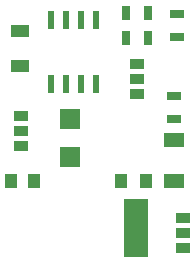
<source format=gbr>
G04 #@! TF.FileFunction,Paste,Top*
%FSLAX46Y46*%
G04 Gerber Fmt 4.6, Leading zero omitted, Abs format (unit mm)*
G04 Created by KiCad (PCBNEW 4.0.6) date 08/13/17 19:50:11*
%MOMM*%
%LPD*%
G01*
G04 APERTURE LIST*
%ADD10C,0.100000*%
%ADD11R,1.270000X0.970000*%
%ADD12R,1.800000X1.750000*%
%ADD13R,1.700000X1.300000*%
%ADD14R,0.600000X1.550000*%
%ADD15R,1.300000X0.700000*%
%ADD16R,1.000000X1.250000*%
%ADD17R,0.700000X1.300000*%
%ADD18R,1.600000X1.000000*%
%ADD19R,2.000000X5.000000*%
G04 APERTURE END LIST*
D10*
D11*
X126669800Y-99390200D03*
X126669800Y-100660200D03*
X126669800Y-101930200D03*
D12*
X121031000Y-104064400D03*
X121031000Y-107314400D03*
D13*
X129819400Y-105819000D03*
X129819400Y-109319000D03*
D14*
X119430800Y-101074200D03*
X120700800Y-101074200D03*
X121970800Y-101074200D03*
X123240800Y-101074200D03*
X123240800Y-95674200D03*
X121970800Y-95674200D03*
X120700800Y-95674200D03*
X119430800Y-95674200D03*
D15*
X130022600Y-95189000D03*
X130022600Y-97089000D03*
D16*
X115967000Y-109347000D03*
X117967000Y-109347000D03*
D11*
X130530600Y-114985800D03*
X130530600Y-113715800D03*
X130530600Y-112445800D03*
X126669800Y-99390200D03*
X126669800Y-100660200D03*
X126669800Y-101930200D03*
X116814600Y-103809800D03*
X116814600Y-105079800D03*
X116814600Y-106349800D03*
D17*
X127619800Y-97205800D03*
X125719800Y-97205800D03*
X127619800Y-95123000D03*
X125719800Y-95123000D03*
D18*
X116763800Y-96569400D03*
X116763800Y-99569400D03*
D19*
X126608200Y-113298600D03*
D16*
X127415000Y-109296200D03*
X125315000Y-109296200D03*
D15*
X129819400Y-104048600D03*
X129819400Y-102148600D03*
M02*

</source>
